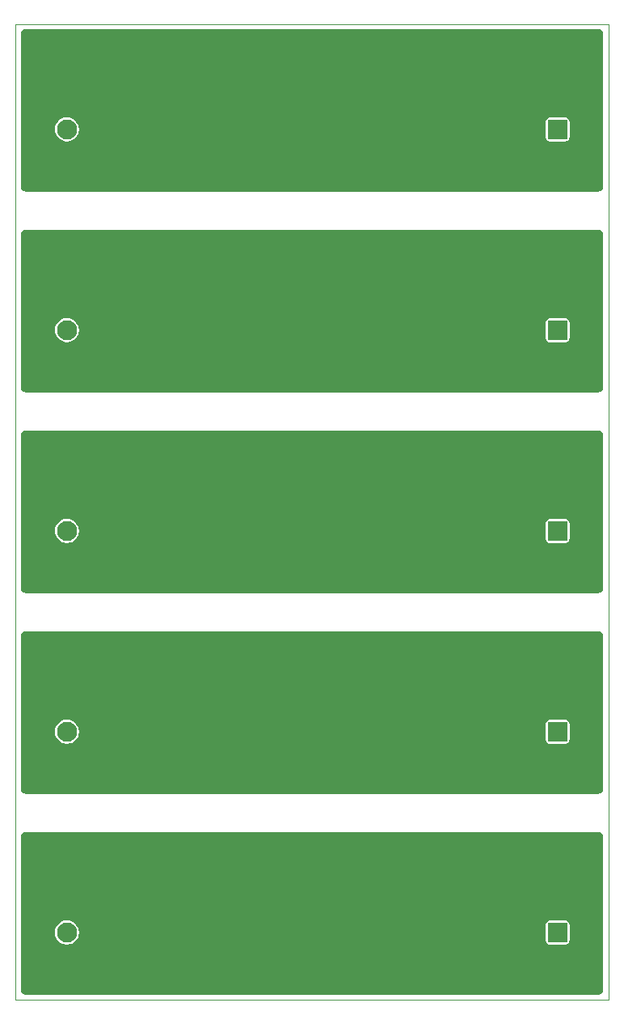
<source format=gbl>
G04 #@! TF.GenerationSoftware,KiCad,Pcbnew,9.0.4*
G04 #@! TF.CreationDate,2025-09-21T01:50:15+05:30*
G04 #@! TF.ProjectId,panel,70616e65-6c2e-46b6-9963-61645f706362,rev?*
G04 #@! TF.SameCoordinates,Original*
G04 #@! TF.FileFunction,Copper,L2,Bot*
G04 #@! TF.FilePolarity,Positive*
%FSLAX46Y46*%
G04 Gerber Fmt 4.6, Leading zero omitted, Abs format (unit mm)*
G04 Created by KiCad (PCBNEW 9.0.4) date 2025-09-21 01:50:15*
%MOMM*%
%LPD*%
G01*
G04 APERTURE LIST*
G04 Aperture macros list*
%AMRoundRect*
0 Rectangle with rounded corners*
0 $1 Rounding radius*
0 $2 $3 $4 $5 $6 $7 $8 $9 X,Y pos of 4 corners*
0 Add a 4 corners polygon primitive as box body*
4,1,4,$2,$3,$4,$5,$6,$7,$8,$9,$2,$3,0*
0 Add four circle primitives for the rounded corners*
1,1,$1+$1,$2,$3*
1,1,$1+$1,$4,$5*
1,1,$1+$1,$6,$7*
1,1,$1+$1,$8,$9*
0 Add four rect primitives between the rounded corners*
20,1,$1+$1,$2,$3,$4,$5,0*
20,1,$1+$1,$4,$5,$6,$7,0*
20,1,$1+$1,$6,$7,$8,$9,0*
20,1,$1+$1,$8,$9,$2,$3,0*%
G04 Aperture macros list end*
G04 #@! TA.AperFunction,ComponentPad*
%ADD10C,0.700000*%
G04 #@! TD*
G04 #@! TA.AperFunction,ComponentPad*
%ADD11C,2.100000*%
G04 #@! TD*
G04 #@! TA.AperFunction,ComponentPad*
%ADD12RoundRect,0.250001X0.799999X-0.799999X0.799999X0.799999X-0.799999X0.799999X-0.799999X-0.799999X0*%
G04 #@! TD*
G04 #@! TA.AperFunction,ComponentPad*
%ADD13RoundRect,0.250001X-0.799999X0.799999X-0.799999X-0.799999X0.799999X-0.799999X0.799999X0.799999X0*%
G04 #@! TD*
G04 #@! TA.AperFunction,ViaPad*
%ADD14C,0.700000*%
G04 #@! TD*
G04 #@! TA.AperFunction,Profile*
%ADD15C,0.050000*%
G04 #@! TD*
G04 APERTURE END LIST*
D10*
X141512500Y-102362500D03*
X141512500Y-101337500D03*
X140487500Y-102362500D03*
X140487500Y-101337500D03*
D11*
X173817500Y-99300000D03*
D12*
X173817500Y-104300000D03*
D11*
X122432500Y-104300000D03*
D13*
X122432500Y-99300000D03*
D10*
X141512500Y-81362500D03*
X141512500Y-80337500D03*
X140487500Y-81362500D03*
X140487500Y-80337500D03*
D11*
X173817500Y-78300000D03*
D12*
X173817500Y-83300000D03*
D11*
X122432500Y-83300000D03*
D13*
X122432500Y-78300000D03*
D10*
X141512500Y-60362500D03*
X141512500Y-59337500D03*
X140487500Y-60362500D03*
X140487500Y-59337500D03*
D11*
X173817500Y-57300000D03*
D12*
X173817500Y-62300000D03*
D11*
X122432500Y-62300000D03*
D13*
X122432500Y-57300000D03*
D10*
X141512500Y-39362500D03*
X141512500Y-38337500D03*
X140487500Y-39362500D03*
X140487500Y-38337500D03*
D11*
X173817500Y-36300000D03*
D12*
X173817500Y-41300000D03*
D11*
X122432500Y-41300000D03*
D13*
X122432500Y-36300000D03*
D11*
X122432500Y-125300000D03*
D13*
X122432500Y-120300000D03*
D11*
X173817500Y-120300000D03*
D12*
X173817500Y-125300000D03*
D10*
X141512500Y-123362500D03*
X141512500Y-122337500D03*
X140487500Y-123362500D03*
X140487500Y-122337500D03*
D14*
X163700000Y-94750000D03*
X161700000Y-94750000D03*
X163700000Y-96426750D03*
X137700000Y-98426750D03*
X145350000Y-103800000D03*
X169700000Y-98426750D03*
X159700000Y-98426750D03*
X133700000Y-94800000D03*
X165700000Y-96426750D03*
X147700000Y-106426750D03*
X123700000Y-94800000D03*
X165700000Y-94750000D03*
X129700000Y-94800000D03*
X173700000Y-96426750D03*
X161700000Y-96426750D03*
X175700000Y-100426750D03*
X173700000Y-94750000D03*
X146350000Y-105400000D03*
X166900000Y-108150000D03*
X175700000Y-94650000D03*
X127700000Y-94800000D03*
X162900000Y-108150000D03*
X177700000Y-98426750D03*
X137700000Y-96426750D03*
X140900000Y-105200000D03*
X164900000Y-108150000D03*
X139700000Y-96426750D03*
X171700000Y-94750000D03*
X141700000Y-96426750D03*
X135700000Y-109900000D03*
X125700000Y-96426750D03*
X161700000Y-97850000D03*
X135700000Y-96426750D03*
X119700000Y-98426750D03*
X152150000Y-102550000D03*
X131700000Y-109900000D03*
X131700000Y-97800000D03*
X167700000Y-94750000D03*
X121700000Y-94800000D03*
X171700000Y-96426750D03*
X160900000Y-109550000D03*
X125700000Y-94800000D03*
X164900000Y-109550000D03*
X157900000Y-94750000D03*
X154900000Y-101500000D03*
X137700000Y-94750000D03*
X131700000Y-94800000D03*
X127700000Y-96426750D03*
X157900000Y-96450000D03*
X129700000Y-96426750D03*
X127700000Y-98426750D03*
X123700000Y-96426750D03*
X147700000Y-108426750D03*
X177700000Y-96426750D03*
X177700000Y-94650000D03*
X140900000Y-106800000D03*
X141850000Y-98750000D03*
X153850000Y-102550000D03*
X133700000Y-109900000D03*
X133700000Y-97800000D03*
X119700000Y-96426750D03*
X171700000Y-98426750D03*
X142700000Y-106850000D03*
X133700000Y-108426750D03*
X135700000Y-108426750D03*
X131700000Y-108426750D03*
X157900000Y-98550000D03*
X175700000Y-98426750D03*
X135700000Y-94750000D03*
X141700000Y-94750000D03*
X144500000Y-108450000D03*
X125700000Y-98426750D03*
X167700000Y-97850000D03*
X119700000Y-94800000D03*
X140900000Y-108450000D03*
X149300000Y-103700000D03*
X138500000Y-99800000D03*
X169700000Y-96426750D03*
X147700000Y-104426750D03*
X177700000Y-100426750D03*
X129700000Y-97800000D03*
X129700000Y-109900000D03*
X160900000Y-108150000D03*
X156950000Y-99550000D03*
X175700000Y-96426750D03*
X167700000Y-96426750D03*
X165700000Y-97850000D03*
X142700000Y-108450000D03*
X169700000Y-94750000D03*
X129700000Y-108426750D03*
X166900000Y-109550000D03*
X159700000Y-96426750D03*
X150500000Y-102550000D03*
X121700000Y-96426750D03*
X135700000Y-97800000D03*
X133700000Y-96426750D03*
X131700000Y-96426750D03*
X163700000Y-97850000D03*
X139700000Y-94750000D03*
X146700000Y-109700000D03*
X162900000Y-109550000D03*
X159700000Y-94750000D03*
X155950000Y-100500000D03*
X163700000Y-73750000D03*
X161700000Y-73750000D03*
X163700000Y-75426750D03*
X137700000Y-77426750D03*
X145350000Y-82800000D03*
X169700000Y-77426750D03*
X159700000Y-77426750D03*
X133700000Y-73800000D03*
X165700000Y-75426750D03*
X147700000Y-85426750D03*
X123700000Y-73800000D03*
X165700000Y-73750000D03*
X129700000Y-73800000D03*
X173700000Y-75426750D03*
X161700000Y-75426750D03*
X175700000Y-79426750D03*
X173700000Y-73750000D03*
X146350000Y-84400000D03*
X166900000Y-87150000D03*
X175700000Y-73650000D03*
X127700000Y-73800000D03*
X162900000Y-87150000D03*
X177700000Y-77426750D03*
X137700000Y-75426750D03*
X140900000Y-84200000D03*
X164900000Y-87150000D03*
X139700000Y-75426750D03*
X171700000Y-73750000D03*
X141700000Y-75426750D03*
X135700000Y-88900000D03*
X125700000Y-75426750D03*
X161700000Y-76850000D03*
X135700000Y-75426750D03*
X119700000Y-77426750D03*
X152150000Y-81550000D03*
X131700000Y-88900000D03*
X131700000Y-76800000D03*
X167700000Y-73750000D03*
X121700000Y-73800000D03*
X171700000Y-75426750D03*
X160900000Y-88550000D03*
X125700000Y-73800000D03*
X164900000Y-88550000D03*
X157900000Y-73750000D03*
X154900000Y-80500000D03*
X137700000Y-73750000D03*
X131700000Y-73800000D03*
X127700000Y-75426750D03*
X157900000Y-75450000D03*
X129700000Y-75426750D03*
X127700000Y-77426750D03*
X123700000Y-75426750D03*
X147700000Y-87426750D03*
X177700000Y-75426750D03*
X177700000Y-73650000D03*
X140900000Y-85800000D03*
X141850000Y-77750000D03*
X153850000Y-81550000D03*
X133700000Y-88900000D03*
X133700000Y-76800000D03*
X119700000Y-75426750D03*
X171700000Y-77426750D03*
X142700000Y-85850000D03*
X133700000Y-87426750D03*
X135700000Y-87426750D03*
X131700000Y-87426750D03*
X157900000Y-77550000D03*
X175700000Y-77426750D03*
X135700000Y-73750000D03*
X141700000Y-73750000D03*
X144500000Y-87450000D03*
X125700000Y-77426750D03*
X167700000Y-76850000D03*
X119700000Y-73800000D03*
X140900000Y-87450000D03*
X149300000Y-82700000D03*
X138500000Y-78800000D03*
X169700000Y-75426750D03*
X147700000Y-83426750D03*
X177700000Y-79426750D03*
X129700000Y-76800000D03*
X129700000Y-88900000D03*
X160900000Y-87150000D03*
X156950000Y-78550000D03*
X175700000Y-75426750D03*
X167700000Y-75426750D03*
X165700000Y-76850000D03*
X142700000Y-87450000D03*
X169700000Y-73750000D03*
X129700000Y-87426750D03*
X166900000Y-88550000D03*
X159700000Y-75426750D03*
X150500000Y-81550000D03*
X121700000Y-75426750D03*
X135700000Y-76800000D03*
X133700000Y-75426750D03*
X131700000Y-75426750D03*
X163700000Y-76850000D03*
X139700000Y-73750000D03*
X146700000Y-88700000D03*
X162900000Y-88550000D03*
X159700000Y-73750000D03*
X155950000Y-79500000D03*
X163700000Y-52750000D03*
X161700000Y-52750000D03*
X163700000Y-54426750D03*
X137700000Y-56426750D03*
X145350000Y-61800000D03*
X169700000Y-56426750D03*
X159700000Y-56426750D03*
X133700000Y-52800000D03*
X165700000Y-54426750D03*
X147700000Y-64426750D03*
X123700000Y-52800000D03*
X165700000Y-52750000D03*
X129700000Y-52800000D03*
X173700000Y-54426750D03*
X161700000Y-54426750D03*
X175700000Y-58426750D03*
X173700000Y-52750000D03*
X146350000Y-63400000D03*
X166900000Y-66150000D03*
X175700000Y-52650000D03*
X127700000Y-52800000D03*
X162900000Y-66150000D03*
X177700000Y-56426750D03*
X137700000Y-54426750D03*
X140900000Y-63200000D03*
X164900000Y-66150000D03*
X139700000Y-54426750D03*
X171700000Y-52750000D03*
X141700000Y-54426750D03*
X135700000Y-67900000D03*
X125700000Y-54426750D03*
X161700000Y-55850000D03*
X135700000Y-54426750D03*
X119700000Y-56426750D03*
X152150000Y-60550000D03*
X131700000Y-67900000D03*
X131700000Y-55800000D03*
X167700000Y-52750000D03*
X121700000Y-52800000D03*
X171700000Y-54426750D03*
X160900000Y-67550000D03*
X125700000Y-52800000D03*
X164900000Y-67550000D03*
X157900000Y-52750000D03*
X154900000Y-59500000D03*
X137700000Y-52750000D03*
X131700000Y-52800000D03*
X127700000Y-54426750D03*
X157900000Y-54450000D03*
X129700000Y-54426750D03*
X127700000Y-56426750D03*
X123700000Y-54426750D03*
X147700000Y-66426750D03*
X177700000Y-54426750D03*
X177700000Y-52650000D03*
X140900000Y-64800000D03*
X141850000Y-56750000D03*
X153850000Y-60550000D03*
X133700000Y-67900000D03*
X133700000Y-55800000D03*
X119700000Y-54426750D03*
X171700000Y-56426750D03*
X142700000Y-64850000D03*
X133700000Y-66426750D03*
X135700000Y-66426750D03*
X131700000Y-66426750D03*
X157900000Y-56550000D03*
X175700000Y-56426750D03*
X135700000Y-52750000D03*
X141700000Y-52750000D03*
X144500000Y-66450000D03*
X125700000Y-56426750D03*
X167700000Y-55850000D03*
X119700000Y-52800000D03*
X140900000Y-66450000D03*
X149300000Y-61700000D03*
X138500000Y-57800000D03*
X169700000Y-54426750D03*
X147700000Y-62426750D03*
X177700000Y-58426750D03*
X129700000Y-55800000D03*
X129700000Y-67900000D03*
X160900000Y-66150000D03*
X156950000Y-57550000D03*
X175700000Y-54426750D03*
X167700000Y-54426750D03*
X165700000Y-55850000D03*
X142700000Y-66450000D03*
X169700000Y-52750000D03*
X129700000Y-66426750D03*
X166900000Y-67550000D03*
X159700000Y-54426750D03*
X150500000Y-60550000D03*
X121700000Y-54426750D03*
X135700000Y-55800000D03*
X133700000Y-54426750D03*
X131700000Y-54426750D03*
X163700000Y-55850000D03*
X139700000Y-52750000D03*
X146700000Y-67700000D03*
X162900000Y-67550000D03*
X159700000Y-52750000D03*
X155950000Y-58500000D03*
X163700000Y-31750000D03*
X161700000Y-31750000D03*
X163700000Y-33426750D03*
X137700000Y-35426750D03*
X145350000Y-40800000D03*
X169700000Y-35426750D03*
X159700000Y-35426750D03*
X133700000Y-31800000D03*
X165700000Y-33426750D03*
X147700000Y-43426750D03*
X123700000Y-31800000D03*
X165700000Y-31750000D03*
X129700000Y-31800000D03*
X173700000Y-33426750D03*
X161700000Y-33426750D03*
X175700000Y-37426750D03*
X173700000Y-31750000D03*
X146350000Y-42400000D03*
X166900000Y-45150000D03*
X175700000Y-31650000D03*
X127700000Y-31800000D03*
X162900000Y-45150000D03*
X177700000Y-35426750D03*
X137700000Y-33426750D03*
X140900000Y-42200000D03*
X164900000Y-45150000D03*
X139700000Y-33426750D03*
X171700000Y-31750000D03*
X141700000Y-33426750D03*
X135700000Y-46900000D03*
X125700000Y-33426750D03*
X161700000Y-34850000D03*
X135700000Y-33426750D03*
X119700000Y-35426750D03*
X152150000Y-39550000D03*
X131700000Y-46900000D03*
X131700000Y-34800000D03*
X167700000Y-31750000D03*
X121700000Y-31800000D03*
X171700000Y-33426750D03*
X160900000Y-46550000D03*
X125700000Y-31800000D03*
X164900000Y-46550000D03*
X157900000Y-31750000D03*
X154900000Y-38500000D03*
X137700000Y-31750000D03*
X131700000Y-31800000D03*
X127700000Y-33426750D03*
X157900000Y-33450000D03*
X129700000Y-33426750D03*
X127700000Y-35426750D03*
X123700000Y-33426750D03*
X147700000Y-45426750D03*
X177700000Y-33426750D03*
X177700000Y-31650000D03*
X140900000Y-43800000D03*
X141850000Y-35750000D03*
X153850000Y-39550000D03*
X133700000Y-46900000D03*
X133700000Y-34800000D03*
X119700000Y-33426750D03*
X171700000Y-35426750D03*
X142700000Y-43850000D03*
X133700000Y-45426750D03*
X135700000Y-45426750D03*
X131700000Y-45426750D03*
X157900000Y-35550000D03*
X175700000Y-35426750D03*
X135700000Y-31750000D03*
X141700000Y-31750000D03*
X144500000Y-45450000D03*
X125700000Y-35426750D03*
X167700000Y-34850000D03*
X119700000Y-31800000D03*
X140900000Y-45450000D03*
X149300000Y-40700000D03*
X138500000Y-36800000D03*
X169700000Y-33426750D03*
X147700000Y-41426750D03*
X177700000Y-37426750D03*
X129700000Y-34800000D03*
X129700000Y-46900000D03*
X160900000Y-45150000D03*
X156950000Y-36550000D03*
X175700000Y-33426750D03*
X167700000Y-33426750D03*
X165700000Y-34850000D03*
X142700000Y-45450000D03*
X169700000Y-31750000D03*
X129700000Y-45426750D03*
X166900000Y-46550000D03*
X159700000Y-33426750D03*
X150500000Y-39550000D03*
X121700000Y-33426750D03*
X135700000Y-34800000D03*
X133700000Y-33426750D03*
X131700000Y-33426750D03*
X163700000Y-34850000D03*
X139700000Y-31750000D03*
X146700000Y-46700000D03*
X162900000Y-46550000D03*
X159700000Y-31750000D03*
X155950000Y-37500000D03*
X155950000Y-121500000D03*
X159700000Y-115750000D03*
X162900000Y-130550000D03*
X146700000Y-130700000D03*
X139700000Y-115750000D03*
X163700000Y-118850000D03*
X131700000Y-117426750D03*
X133700000Y-117426750D03*
X135700000Y-118800000D03*
X121700000Y-117426750D03*
X150500000Y-123550000D03*
X159700000Y-117426750D03*
X166900000Y-130550000D03*
X129700000Y-129426750D03*
X169700000Y-115750000D03*
X142700000Y-129450000D03*
X165700000Y-118850000D03*
X167700000Y-117426750D03*
X175700000Y-117426750D03*
X156950000Y-120550000D03*
X160900000Y-129150000D03*
X129700000Y-130900000D03*
X129700000Y-118800000D03*
X177700000Y-121426750D03*
X147700000Y-125426750D03*
X169700000Y-117426750D03*
X138500000Y-120800000D03*
X149300000Y-124700000D03*
X140900000Y-129450000D03*
X119700000Y-115800000D03*
X167700000Y-118850000D03*
X125700000Y-119426750D03*
X144500000Y-129450000D03*
X141700000Y-115750000D03*
X135700000Y-115750000D03*
X175700000Y-119426750D03*
X157900000Y-119550000D03*
X131700000Y-129426750D03*
X135700000Y-129426750D03*
X133700000Y-129426750D03*
X142700000Y-127850000D03*
X171700000Y-119426750D03*
X119700000Y-117426750D03*
X133700000Y-118800000D03*
X133700000Y-130900000D03*
X153850000Y-123550000D03*
X141850000Y-119750000D03*
X140900000Y-127800000D03*
X177700000Y-115650000D03*
X177700000Y-117426750D03*
X147700000Y-129426750D03*
X123700000Y-117426750D03*
X127700000Y-119426750D03*
X129700000Y-117426750D03*
X157900000Y-117450000D03*
X127700000Y-117426750D03*
X131700000Y-115800000D03*
X137700000Y-115750000D03*
X154900000Y-122500000D03*
X157900000Y-115750000D03*
X164900000Y-130550000D03*
X125700000Y-115800000D03*
X160900000Y-130550000D03*
X171700000Y-117426750D03*
X121700000Y-115800000D03*
X167700000Y-115750000D03*
X131700000Y-118800000D03*
X131700000Y-130900000D03*
X152150000Y-123550000D03*
X119700000Y-119426750D03*
X135700000Y-117426750D03*
X161700000Y-118850000D03*
X125700000Y-117426750D03*
X135700000Y-130900000D03*
X141700000Y-117426750D03*
X171700000Y-115750000D03*
X139700000Y-117426750D03*
X164900000Y-129150000D03*
X140900000Y-126200000D03*
X137700000Y-117426750D03*
X177700000Y-119426750D03*
X162900000Y-129150000D03*
X127700000Y-115800000D03*
X175700000Y-115650000D03*
X166900000Y-129150000D03*
X146350000Y-126400000D03*
X173700000Y-115750000D03*
X175700000Y-121426750D03*
X161700000Y-117426750D03*
X173700000Y-117426750D03*
X129700000Y-115800000D03*
X165700000Y-115750000D03*
X123700000Y-115800000D03*
X147700000Y-127426750D03*
X165700000Y-117426750D03*
X133700000Y-115800000D03*
X159700000Y-119426750D03*
X169700000Y-119426750D03*
X145350000Y-124800000D03*
X137700000Y-119426750D03*
X163700000Y-117426750D03*
X161700000Y-115750000D03*
X163700000Y-115750000D03*
G04 #@! TA.AperFunction,Conductor*
G36*
X178108315Y-114801436D02*
G01*
X178194465Y-114811144D01*
X178226993Y-114818568D01*
X178300878Y-114844421D01*
X178330939Y-114858898D01*
X178397217Y-114900543D01*
X178423304Y-114921346D01*
X178478653Y-114976695D01*
X178499456Y-115002782D01*
X178541101Y-115069060D01*
X178555578Y-115099121D01*
X178581431Y-115173006D01*
X178588855Y-115205532D01*
X178598563Y-115291682D01*
X178599500Y-115308367D01*
X178599500Y-131291632D01*
X178598563Y-131308315D01*
X178598563Y-131308317D01*
X178588855Y-131394467D01*
X178581431Y-131426993D01*
X178555578Y-131500878D01*
X178541101Y-131530939D01*
X178499456Y-131597217D01*
X178478653Y-131623304D01*
X178423304Y-131678653D01*
X178397217Y-131699456D01*
X178330939Y-131741101D01*
X178300878Y-131755578D01*
X178226993Y-131781431D01*
X178194467Y-131788855D01*
X178131435Y-131795957D01*
X178108313Y-131798563D01*
X178091633Y-131799500D01*
X118108367Y-131799500D01*
X118091686Y-131798563D01*
X118065413Y-131795602D01*
X118005532Y-131788855D01*
X117973006Y-131781431D01*
X117899121Y-131755578D01*
X117869060Y-131741101D01*
X117802782Y-131699456D01*
X117776695Y-131678653D01*
X117721346Y-131623304D01*
X117700543Y-131597217D01*
X117658898Y-131530939D01*
X117644421Y-131500878D01*
X117618568Y-131426993D01*
X117611144Y-131394465D01*
X117601437Y-131308315D01*
X117600500Y-131291632D01*
X117600500Y-125201583D01*
X121182000Y-125201583D01*
X121182000Y-125398417D01*
X121212791Y-125592826D01*
X121273616Y-125780025D01*
X121273619Y-125780030D01*
X121273621Y-125780036D01*
X121357679Y-125945010D01*
X121362976Y-125955405D01*
X121478672Y-126114646D01*
X121617854Y-126253828D01*
X121777095Y-126369524D01*
X121952475Y-126458884D01*
X122139674Y-126519709D01*
X122334083Y-126550500D01*
X122334088Y-126550500D01*
X122530912Y-126550500D01*
X122530917Y-126550500D01*
X122725326Y-126519709D01*
X122912525Y-126458884D01*
X123087905Y-126369524D01*
X123247146Y-126253828D01*
X123386328Y-126114646D01*
X123502024Y-125955405D01*
X123591384Y-125780025D01*
X123652209Y-125592826D01*
X123683000Y-125398417D01*
X123683000Y-125201583D01*
X123652209Y-125007174D01*
X123591384Y-124819975D01*
X123502024Y-124644595D01*
X123502022Y-124644592D01*
X123418645Y-124529833D01*
X123418643Y-124529832D01*
X123386328Y-124485354D01*
X123346699Y-124445725D01*
X172567000Y-124445725D01*
X172567000Y-126154262D01*
X172567001Y-126154281D01*
X172569853Y-126184697D01*
X172614707Y-126312883D01*
X172695348Y-126422148D01*
X172695351Y-126422151D01*
X172804616Y-126502792D01*
X172804617Y-126502792D01*
X172804618Y-126502793D01*
X172932802Y-126547646D01*
X172963235Y-126550500D01*
X174671764Y-126550499D01*
X174671766Y-126550498D01*
X174671781Y-126550498D01*
X174698048Y-126548034D01*
X174702198Y-126547646D01*
X174830382Y-126502793D01*
X174939650Y-126422150D01*
X175020293Y-126312882D01*
X175065146Y-126184698D01*
X175068000Y-126154265D01*
X175067999Y-124445736D01*
X175067998Y-124445725D01*
X175067998Y-124445718D01*
X175065146Y-124415302D01*
X175040957Y-124346174D01*
X175020293Y-124287118D01*
X174978490Y-124230477D01*
X174939651Y-124177851D01*
X174939648Y-124177848D01*
X174830383Y-124097207D01*
X174770541Y-124076268D01*
X174702198Y-124052354D01*
X174702196Y-124052353D01*
X174702194Y-124052353D01*
X174671766Y-124049500D01*
X172963237Y-124049500D01*
X172963218Y-124049501D01*
X172932802Y-124052353D01*
X172804616Y-124097207D01*
X172695351Y-124177848D01*
X172695348Y-124177851D01*
X172614707Y-124287116D01*
X172569853Y-124415305D01*
X172567000Y-124445725D01*
X123346699Y-124445725D01*
X123247146Y-124346172D01*
X123087905Y-124230476D01*
X123077510Y-124225179D01*
X122912536Y-124141121D01*
X122912530Y-124141119D01*
X122912525Y-124141116D01*
X122725326Y-124080291D01*
X122530917Y-124049500D01*
X122334083Y-124049500D01*
X122139674Y-124080291D01*
X121952475Y-124141116D01*
X121952472Y-124141117D01*
X121952463Y-124141121D01*
X121777098Y-124230474D01*
X121777093Y-124230477D01*
X121617863Y-124346165D01*
X121617852Y-124346174D01*
X121478674Y-124485352D01*
X121478665Y-124485363D01*
X121362977Y-124644593D01*
X121362974Y-124644598D01*
X121273621Y-124819963D01*
X121273617Y-124819972D01*
X121273616Y-124819975D01*
X121212791Y-125007174D01*
X121182000Y-125201583D01*
X117600500Y-125201583D01*
X117600500Y-115308367D01*
X117601437Y-115291684D01*
X117601437Y-115291682D01*
X117611144Y-115205532D01*
X117618568Y-115173006D01*
X117644421Y-115099121D01*
X117658898Y-115069060D01*
X117700543Y-115002782D01*
X117721342Y-114976699D01*
X117776699Y-114921342D01*
X117802782Y-114900543D01*
X117869060Y-114858898D01*
X117899118Y-114844422D01*
X117973008Y-114818567D01*
X118005532Y-114811144D01*
X118091684Y-114801436D01*
X118108367Y-114800500D01*
X118165892Y-114800500D01*
X178034108Y-114800500D01*
X178091633Y-114800500D01*
X178108315Y-114801436D01*
G37*
G04 #@! TD.AperFunction*
G04 #@! TA.AperFunction,Conductor*
G36*
X178108315Y-30801436D02*
G01*
X178194465Y-30811144D01*
X178226993Y-30818568D01*
X178300878Y-30844421D01*
X178330939Y-30858898D01*
X178397217Y-30900543D01*
X178423304Y-30921346D01*
X178478653Y-30976695D01*
X178499456Y-31002782D01*
X178541101Y-31069060D01*
X178555578Y-31099121D01*
X178581431Y-31173006D01*
X178588855Y-31205532D01*
X178598563Y-31291682D01*
X178599500Y-31308367D01*
X178599500Y-47291632D01*
X178598563Y-47308315D01*
X178598563Y-47308317D01*
X178588855Y-47394467D01*
X178581431Y-47426993D01*
X178555578Y-47500878D01*
X178541101Y-47530939D01*
X178499456Y-47597217D01*
X178478653Y-47623304D01*
X178423304Y-47678653D01*
X178397217Y-47699456D01*
X178330939Y-47741101D01*
X178300878Y-47755578D01*
X178226993Y-47781431D01*
X178194467Y-47788855D01*
X178131435Y-47795957D01*
X178108313Y-47798563D01*
X178091633Y-47799500D01*
X118108367Y-47799500D01*
X118091686Y-47798563D01*
X118065413Y-47795602D01*
X118005532Y-47788855D01*
X117973006Y-47781431D01*
X117899121Y-47755578D01*
X117869060Y-47741101D01*
X117802782Y-47699456D01*
X117776695Y-47678653D01*
X117721346Y-47623304D01*
X117700543Y-47597217D01*
X117658898Y-47530939D01*
X117644421Y-47500878D01*
X117618568Y-47426993D01*
X117611144Y-47394465D01*
X117601437Y-47308315D01*
X117600500Y-47291632D01*
X117600500Y-41201583D01*
X121182000Y-41201583D01*
X121182000Y-41398417D01*
X121212791Y-41592826D01*
X121273616Y-41780025D01*
X121273619Y-41780030D01*
X121273621Y-41780036D01*
X121357679Y-41945010D01*
X121362976Y-41955405D01*
X121478672Y-42114646D01*
X121617854Y-42253828D01*
X121777095Y-42369524D01*
X121952475Y-42458884D01*
X122139674Y-42519709D01*
X122334083Y-42550500D01*
X122334088Y-42550500D01*
X122530912Y-42550500D01*
X122530917Y-42550500D01*
X122725326Y-42519709D01*
X122912525Y-42458884D01*
X123087905Y-42369524D01*
X123247146Y-42253828D01*
X123386328Y-42114646D01*
X123502024Y-41955405D01*
X123591384Y-41780025D01*
X123652209Y-41592826D01*
X123683000Y-41398417D01*
X123683000Y-41201583D01*
X123652209Y-41007174D01*
X123591384Y-40819975D01*
X123502024Y-40644595D01*
X123502022Y-40644592D01*
X123418645Y-40529833D01*
X123418643Y-40529832D01*
X123386328Y-40485354D01*
X123346699Y-40445725D01*
X172567000Y-40445725D01*
X172567000Y-42154262D01*
X172567001Y-42154281D01*
X172569853Y-42184697D01*
X172614707Y-42312883D01*
X172695348Y-42422148D01*
X172695351Y-42422151D01*
X172804616Y-42502792D01*
X172804617Y-42502792D01*
X172804618Y-42502793D01*
X172932802Y-42547646D01*
X172963235Y-42550500D01*
X174671764Y-42550499D01*
X174671766Y-42550498D01*
X174671781Y-42550498D01*
X174698048Y-42548034D01*
X174702198Y-42547646D01*
X174830382Y-42502793D01*
X174939650Y-42422150D01*
X175020293Y-42312882D01*
X175065146Y-42184698D01*
X175068000Y-42154265D01*
X175067999Y-40445736D01*
X175067998Y-40445725D01*
X175067998Y-40445718D01*
X175065146Y-40415302D01*
X175040957Y-40346174D01*
X175020293Y-40287118D01*
X174978490Y-40230477D01*
X174939651Y-40177851D01*
X174939648Y-40177848D01*
X174830383Y-40097207D01*
X174770541Y-40076268D01*
X174702198Y-40052354D01*
X174702196Y-40052353D01*
X174702194Y-40052353D01*
X174671766Y-40049500D01*
X172963237Y-40049500D01*
X172963218Y-40049501D01*
X172932802Y-40052353D01*
X172804616Y-40097207D01*
X172695351Y-40177848D01*
X172695348Y-40177851D01*
X172614707Y-40287116D01*
X172569853Y-40415305D01*
X172567000Y-40445725D01*
X123346699Y-40445725D01*
X123247146Y-40346172D01*
X123087905Y-40230476D01*
X123077510Y-40225179D01*
X122912536Y-40141121D01*
X122912530Y-40141119D01*
X122912525Y-40141116D01*
X122725326Y-40080291D01*
X122530917Y-40049500D01*
X122334083Y-40049500D01*
X122139674Y-40080291D01*
X121952475Y-40141116D01*
X121952472Y-40141117D01*
X121952463Y-40141121D01*
X121777098Y-40230474D01*
X121777093Y-40230477D01*
X121617863Y-40346165D01*
X121617852Y-40346174D01*
X121478674Y-40485352D01*
X121478665Y-40485363D01*
X121362977Y-40644593D01*
X121362974Y-40644598D01*
X121273621Y-40819963D01*
X121273617Y-40819972D01*
X121273616Y-40819975D01*
X121212791Y-41007174D01*
X121182000Y-41201583D01*
X117600500Y-41201583D01*
X117600500Y-31308367D01*
X117601437Y-31291684D01*
X117601437Y-31291682D01*
X117611144Y-31205532D01*
X117618568Y-31173006D01*
X117644421Y-31099121D01*
X117658898Y-31069060D01*
X117700543Y-31002782D01*
X117721342Y-30976699D01*
X117776699Y-30921342D01*
X117802782Y-30900543D01*
X117869060Y-30858898D01*
X117899118Y-30844422D01*
X117973008Y-30818567D01*
X118005532Y-30811144D01*
X118091684Y-30801436D01*
X118108367Y-30800500D01*
X118165892Y-30800500D01*
X178034108Y-30800500D01*
X178091633Y-30800500D01*
X178108315Y-30801436D01*
G37*
G04 #@! TD.AperFunction*
G04 #@! TA.AperFunction,Conductor*
G36*
X178108315Y-51801436D02*
G01*
X178194465Y-51811144D01*
X178226993Y-51818568D01*
X178300878Y-51844421D01*
X178330939Y-51858898D01*
X178397217Y-51900543D01*
X178423304Y-51921346D01*
X178478653Y-51976695D01*
X178499456Y-52002782D01*
X178541101Y-52069060D01*
X178555578Y-52099121D01*
X178581431Y-52173006D01*
X178588855Y-52205532D01*
X178598563Y-52291682D01*
X178599500Y-52308367D01*
X178599500Y-68291632D01*
X178598563Y-68308315D01*
X178598563Y-68308317D01*
X178588855Y-68394467D01*
X178581431Y-68426993D01*
X178555578Y-68500878D01*
X178541101Y-68530939D01*
X178499456Y-68597217D01*
X178478653Y-68623304D01*
X178423304Y-68678653D01*
X178397217Y-68699456D01*
X178330939Y-68741101D01*
X178300878Y-68755578D01*
X178226993Y-68781431D01*
X178194467Y-68788855D01*
X178131435Y-68795957D01*
X178108313Y-68798563D01*
X178091633Y-68799500D01*
X118108367Y-68799500D01*
X118091686Y-68798563D01*
X118065413Y-68795602D01*
X118005532Y-68788855D01*
X117973006Y-68781431D01*
X117899121Y-68755578D01*
X117869060Y-68741101D01*
X117802782Y-68699456D01*
X117776695Y-68678653D01*
X117721346Y-68623304D01*
X117700543Y-68597217D01*
X117658898Y-68530939D01*
X117644421Y-68500878D01*
X117618568Y-68426993D01*
X117611144Y-68394465D01*
X117601437Y-68308315D01*
X117600500Y-68291632D01*
X117600500Y-62201583D01*
X121182000Y-62201583D01*
X121182000Y-62398417D01*
X121212791Y-62592826D01*
X121273616Y-62780025D01*
X121273619Y-62780030D01*
X121273621Y-62780036D01*
X121357679Y-62945010D01*
X121362976Y-62955405D01*
X121478672Y-63114646D01*
X121617854Y-63253828D01*
X121777095Y-63369524D01*
X121952475Y-63458884D01*
X122139674Y-63519709D01*
X122334083Y-63550500D01*
X122334088Y-63550500D01*
X122530912Y-63550500D01*
X122530917Y-63550500D01*
X122725326Y-63519709D01*
X122912525Y-63458884D01*
X123087905Y-63369524D01*
X123247146Y-63253828D01*
X123386328Y-63114646D01*
X123502024Y-62955405D01*
X123591384Y-62780025D01*
X123652209Y-62592826D01*
X123683000Y-62398417D01*
X123683000Y-62201583D01*
X123652209Y-62007174D01*
X123591384Y-61819975D01*
X123502024Y-61644595D01*
X123502022Y-61644592D01*
X123418645Y-61529833D01*
X123418643Y-61529832D01*
X123386328Y-61485354D01*
X123346699Y-61445725D01*
X172567000Y-61445725D01*
X172567000Y-63154262D01*
X172567001Y-63154281D01*
X172569853Y-63184697D01*
X172614707Y-63312883D01*
X172695348Y-63422148D01*
X172695351Y-63422151D01*
X172804616Y-63502792D01*
X172804617Y-63502792D01*
X172804618Y-63502793D01*
X172932802Y-63547646D01*
X172963235Y-63550500D01*
X174671764Y-63550499D01*
X174671766Y-63550498D01*
X174671781Y-63550498D01*
X174698048Y-63548034D01*
X174702198Y-63547646D01*
X174830382Y-63502793D01*
X174939650Y-63422150D01*
X175020293Y-63312882D01*
X175065146Y-63184698D01*
X175068000Y-63154265D01*
X175067999Y-61445736D01*
X175067998Y-61445725D01*
X175067998Y-61445718D01*
X175065146Y-61415302D01*
X175040957Y-61346174D01*
X175020293Y-61287118D01*
X174978490Y-61230477D01*
X174939651Y-61177851D01*
X174939648Y-61177848D01*
X174830383Y-61097207D01*
X174770541Y-61076268D01*
X174702198Y-61052354D01*
X174702196Y-61052353D01*
X174702194Y-61052353D01*
X174671766Y-61049500D01*
X172963237Y-61049500D01*
X172963218Y-61049501D01*
X172932802Y-61052353D01*
X172804616Y-61097207D01*
X172695351Y-61177848D01*
X172695348Y-61177851D01*
X172614707Y-61287116D01*
X172569853Y-61415305D01*
X172567000Y-61445725D01*
X123346699Y-61445725D01*
X123247146Y-61346172D01*
X123087905Y-61230476D01*
X123077510Y-61225179D01*
X122912536Y-61141121D01*
X122912530Y-61141119D01*
X122912525Y-61141116D01*
X122725326Y-61080291D01*
X122530917Y-61049500D01*
X122334083Y-61049500D01*
X122139674Y-61080291D01*
X121952475Y-61141116D01*
X121952472Y-61141117D01*
X121952463Y-61141121D01*
X121777098Y-61230474D01*
X121777093Y-61230477D01*
X121617863Y-61346165D01*
X121617852Y-61346174D01*
X121478674Y-61485352D01*
X121478665Y-61485363D01*
X121362977Y-61644593D01*
X121362974Y-61644598D01*
X121273621Y-61819963D01*
X121273617Y-61819972D01*
X121273616Y-61819975D01*
X121212791Y-62007174D01*
X121182000Y-62201583D01*
X117600500Y-62201583D01*
X117600500Y-52308367D01*
X117601437Y-52291684D01*
X117601437Y-52291682D01*
X117611144Y-52205532D01*
X117618568Y-52173006D01*
X117644421Y-52099121D01*
X117658898Y-52069060D01*
X117700543Y-52002782D01*
X117721342Y-51976699D01*
X117776699Y-51921342D01*
X117802782Y-51900543D01*
X117869060Y-51858898D01*
X117899118Y-51844422D01*
X117973008Y-51818567D01*
X118005532Y-51811144D01*
X118091684Y-51801436D01*
X118108367Y-51800500D01*
X118165892Y-51800500D01*
X178034108Y-51800500D01*
X178091633Y-51800500D01*
X178108315Y-51801436D01*
G37*
G04 #@! TD.AperFunction*
G04 #@! TA.AperFunction,Conductor*
G36*
X178108315Y-72801436D02*
G01*
X178194465Y-72811144D01*
X178226993Y-72818568D01*
X178300878Y-72844421D01*
X178330939Y-72858898D01*
X178397217Y-72900543D01*
X178423304Y-72921346D01*
X178478653Y-72976695D01*
X178499456Y-73002782D01*
X178541101Y-73069060D01*
X178555578Y-73099121D01*
X178581431Y-73173006D01*
X178588855Y-73205532D01*
X178598563Y-73291682D01*
X178599500Y-73308367D01*
X178599500Y-89291632D01*
X178598563Y-89308315D01*
X178598563Y-89308317D01*
X178588855Y-89394467D01*
X178581431Y-89426993D01*
X178555578Y-89500878D01*
X178541101Y-89530939D01*
X178499456Y-89597217D01*
X178478653Y-89623304D01*
X178423304Y-89678653D01*
X178397217Y-89699456D01*
X178330939Y-89741101D01*
X178300878Y-89755578D01*
X178226993Y-89781431D01*
X178194467Y-89788855D01*
X178131435Y-89795957D01*
X178108313Y-89798563D01*
X178091633Y-89799500D01*
X118108367Y-89799500D01*
X118091686Y-89798563D01*
X118065413Y-89795602D01*
X118005532Y-89788855D01*
X117973006Y-89781431D01*
X117899121Y-89755578D01*
X117869060Y-89741101D01*
X117802782Y-89699456D01*
X117776695Y-89678653D01*
X117721346Y-89623304D01*
X117700543Y-89597217D01*
X117658898Y-89530939D01*
X117644421Y-89500878D01*
X117618568Y-89426993D01*
X117611144Y-89394465D01*
X117601437Y-89308315D01*
X117600500Y-89291632D01*
X117600500Y-83201583D01*
X121182000Y-83201583D01*
X121182000Y-83398417D01*
X121212791Y-83592826D01*
X121273616Y-83780025D01*
X121273619Y-83780030D01*
X121273621Y-83780036D01*
X121357679Y-83945010D01*
X121362976Y-83955405D01*
X121478672Y-84114646D01*
X121617854Y-84253828D01*
X121777095Y-84369524D01*
X121952475Y-84458884D01*
X122139674Y-84519709D01*
X122334083Y-84550500D01*
X122334088Y-84550500D01*
X122530912Y-84550500D01*
X122530917Y-84550500D01*
X122725326Y-84519709D01*
X122912525Y-84458884D01*
X123087905Y-84369524D01*
X123247146Y-84253828D01*
X123386328Y-84114646D01*
X123502024Y-83955405D01*
X123591384Y-83780025D01*
X123652209Y-83592826D01*
X123683000Y-83398417D01*
X123683000Y-83201583D01*
X123652209Y-83007174D01*
X123591384Y-82819975D01*
X123502024Y-82644595D01*
X123502022Y-82644592D01*
X123418645Y-82529833D01*
X123418643Y-82529832D01*
X123386328Y-82485354D01*
X123346699Y-82445725D01*
X172567000Y-82445725D01*
X172567000Y-84154262D01*
X172567001Y-84154281D01*
X172569853Y-84184697D01*
X172614707Y-84312883D01*
X172695348Y-84422148D01*
X172695351Y-84422151D01*
X172804616Y-84502792D01*
X172804617Y-84502792D01*
X172804618Y-84502793D01*
X172932802Y-84547646D01*
X172963235Y-84550500D01*
X174671764Y-84550499D01*
X174671766Y-84550498D01*
X174671781Y-84550498D01*
X174698048Y-84548034D01*
X174702198Y-84547646D01*
X174830382Y-84502793D01*
X174939650Y-84422150D01*
X175020293Y-84312882D01*
X175065146Y-84184698D01*
X175068000Y-84154265D01*
X175067999Y-82445736D01*
X175067998Y-82445725D01*
X175067998Y-82445718D01*
X175065146Y-82415302D01*
X175040957Y-82346174D01*
X175020293Y-82287118D01*
X174978490Y-82230477D01*
X174939651Y-82177851D01*
X174939648Y-82177848D01*
X174830383Y-82097207D01*
X174770541Y-82076268D01*
X174702198Y-82052354D01*
X174702196Y-82052353D01*
X174702194Y-82052353D01*
X174671766Y-82049500D01*
X172963237Y-82049500D01*
X172963218Y-82049501D01*
X172932802Y-82052353D01*
X172804616Y-82097207D01*
X172695351Y-82177848D01*
X172695348Y-82177851D01*
X172614707Y-82287116D01*
X172569853Y-82415305D01*
X172567000Y-82445725D01*
X123346699Y-82445725D01*
X123247146Y-82346172D01*
X123087905Y-82230476D01*
X123077510Y-82225179D01*
X122912536Y-82141121D01*
X122912530Y-82141119D01*
X122912525Y-82141116D01*
X122725326Y-82080291D01*
X122530917Y-82049500D01*
X122334083Y-82049500D01*
X122139674Y-82080291D01*
X121952475Y-82141116D01*
X121952472Y-82141117D01*
X121952463Y-82141121D01*
X121777098Y-82230474D01*
X121777093Y-82230477D01*
X121617863Y-82346165D01*
X121617852Y-82346174D01*
X121478674Y-82485352D01*
X121478665Y-82485363D01*
X121362977Y-82644593D01*
X121362974Y-82644598D01*
X121273621Y-82819963D01*
X121273617Y-82819972D01*
X121273616Y-82819975D01*
X121212791Y-83007174D01*
X121182000Y-83201583D01*
X117600500Y-83201583D01*
X117600500Y-73308367D01*
X117601437Y-73291684D01*
X117601437Y-73291682D01*
X117611144Y-73205532D01*
X117618568Y-73173006D01*
X117644421Y-73099121D01*
X117658898Y-73069060D01*
X117700543Y-73002782D01*
X117721342Y-72976699D01*
X117776699Y-72921342D01*
X117802782Y-72900543D01*
X117869060Y-72858898D01*
X117899118Y-72844422D01*
X117973008Y-72818567D01*
X118005532Y-72811144D01*
X118091684Y-72801436D01*
X118108367Y-72800500D01*
X118165892Y-72800500D01*
X178034108Y-72800500D01*
X178091633Y-72800500D01*
X178108315Y-72801436D01*
G37*
G04 #@! TD.AperFunction*
G04 #@! TA.AperFunction,Conductor*
G36*
X178108315Y-93801436D02*
G01*
X178194465Y-93811144D01*
X178226993Y-93818568D01*
X178300878Y-93844421D01*
X178330939Y-93858898D01*
X178397217Y-93900543D01*
X178423304Y-93921346D01*
X178478653Y-93976695D01*
X178499456Y-94002782D01*
X178541101Y-94069060D01*
X178555578Y-94099121D01*
X178581431Y-94173006D01*
X178588855Y-94205532D01*
X178598563Y-94291682D01*
X178599500Y-94308367D01*
X178599500Y-110291632D01*
X178598563Y-110308315D01*
X178598563Y-110308317D01*
X178588855Y-110394467D01*
X178581431Y-110426993D01*
X178555578Y-110500878D01*
X178541101Y-110530939D01*
X178499456Y-110597217D01*
X178478653Y-110623304D01*
X178423304Y-110678653D01*
X178397217Y-110699456D01*
X178330939Y-110741101D01*
X178300878Y-110755578D01*
X178226993Y-110781431D01*
X178194467Y-110788855D01*
X178131435Y-110795957D01*
X178108313Y-110798563D01*
X178091633Y-110799500D01*
X118108367Y-110799500D01*
X118091686Y-110798563D01*
X118065413Y-110795602D01*
X118005532Y-110788855D01*
X117973006Y-110781431D01*
X117899121Y-110755578D01*
X117869060Y-110741101D01*
X117802782Y-110699456D01*
X117776695Y-110678653D01*
X117721346Y-110623304D01*
X117700543Y-110597217D01*
X117658898Y-110530939D01*
X117644421Y-110500878D01*
X117618568Y-110426993D01*
X117611144Y-110394465D01*
X117601437Y-110308315D01*
X117600500Y-110291632D01*
X117600500Y-104201583D01*
X121182000Y-104201583D01*
X121182000Y-104398417D01*
X121212791Y-104592826D01*
X121273616Y-104780025D01*
X121273619Y-104780030D01*
X121273621Y-104780036D01*
X121357679Y-104945010D01*
X121362976Y-104955405D01*
X121478672Y-105114646D01*
X121617854Y-105253828D01*
X121777095Y-105369524D01*
X121952475Y-105458884D01*
X122139674Y-105519709D01*
X122334083Y-105550500D01*
X122334088Y-105550500D01*
X122530912Y-105550500D01*
X122530917Y-105550500D01*
X122725326Y-105519709D01*
X122912525Y-105458884D01*
X123087905Y-105369524D01*
X123247146Y-105253828D01*
X123386328Y-105114646D01*
X123502024Y-104955405D01*
X123591384Y-104780025D01*
X123652209Y-104592826D01*
X123683000Y-104398417D01*
X123683000Y-104201583D01*
X123652209Y-104007174D01*
X123591384Y-103819975D01*
X123502024Y-103644595D01*
X123502022Y-103644592D01*
X123418645Y-103529833D01*
X123418643Y-103529832D01*
X123386328Y-103485354D01*
X123346699Y-103445725D01*
X172567000Y-103445725D01*
X172567000Y-105154262D01*
X172567001Y-105154281D01*
X172569853Y-105184697D01*
X172614707Y-105312883D01*
X172695348Y-105422148D01*
X172695351Y-105422151D01*
X172804616Y-105502792D01*
X172804617Y-105502792D01*
X172804618Y-105502793D01*
X172932802Y-105547646D01*
X172963235Y-105550500D01*
X174671764Y-105550499D01*
X174671766Y-105550498D01*
X174671781Y-105550498D01*
X174698048Y-105548034D01*
X174702198Y-105547646D01*
X174830382Y-105502793D01*
X174939650Y-105422150D01*
X175020293Y-105312882D01*
X175065146Y-105184698D01*
X175068000Y-105154265D01*
X175067999Y-103445736D01*
X175067998Y-103445725D01*
X175067998Y-103445718D01*
X175065146Y-103415302D01*
X175040957Y-103346174D01*
X175020293Y-103287118D01*
X174978490Y-103230477D01*
X174939651Y-103177851D01*
X174939648Y-103177848D01*
X174830383Y-103097207D01*
X174770541Y-103076268D01*
X174702198Y-103052354D01*
X174702196Y-103052353D01*
X174702194Y-103052353D01*
X174671766Y-103049500D01*
X172963237Y-103049500D01*
X172963218Y-103049501D01*
X172932802Y-103052353D01*
X172804616Y-103097207D01*
X172695351Y-103177848D01*
X172695348Y-103177851D01*
X172614707Y-103287116D01*
X172569853Y-103415305D01*
X172567000Y-103445725D01*
X123346699Y-103445725D01*
X123247146Y-103346172D01*
X123087905Y-103230476D01*
X123077510Y-103225179D01*
X122912536Y-103141121D01*
X122912530Y-103141119D01*
X122912525Y-103141116D01*
X122725326Y-103080291D01*
X122530917Y-103049500D01*
X122334083Y-103049500D01*
X122139674Y-103080291D01*
X121952475Y-103141116D01*
X121952472Y-103141117D01*
X121952463Y-103141121D01*
X121777098Y-103230474D01*
X121777093Y-103230477D01*
X121617863Y-103346165D01*
X121617852Y-103346174D01*
X121478674Y-103485352D01*
X121478665Y-103485363D01*
X121362977Y-103644593D01*
X121362974Y-103644598D01*
X121273621Y-103819963D01*
X121273617Y-103819972D01*
X121273616Y-103819975D01*
X121212791Y-104007174D01*
X121182000Y-104201583D01*
X117600500Y-104201583D01*
X117600500Y-94308367D01*
X117601437Y-94291684D01*
X117601437Y-94291682D01*
X117611144Y-94205532D01*
X117618568Y-94173006D01*
X117644421Y-94099121D01*
X117658898Y-94069060D01*
X117700543Y-94002782D01*
X117721342Y-93976699D01*
X117776699Y-93921342D01*
X117802782Y-93900543D01*
X117869060Y-93858898D01*
X117899118Y-93844422D01*
X117973008Y-93818567D01*
X118005532Y-93811144D01*
X118091684Y-93801436D01*
X118108367Y-93800500D01*
X118165892Y-93800500D01*
X178034108Y-93800500D01*
X178091633Y-93800500D01*
X178108315Y-93801436D01*
G37*
G04 #@! TD.AperFunction*
D15*
X117000000Y-30300000D02*
X179200000Y-30300000D01*
X179200000Y-132300000D01*
X117000000Y-132300000D01*
X117000000Y-30300000D01*
M02*

</source>
